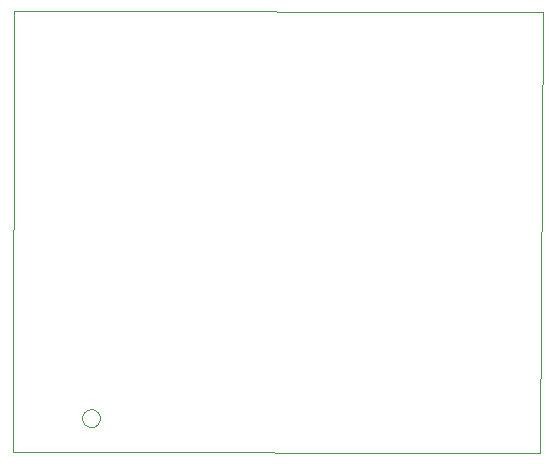
<source format=gm1>
G75*
%MOIN*%
%OFA0B0*%
%FSLAX24Y24*%
%IPPOS*%
%LPD*%
%AMOC8*
5,1,8,0,0,1.08239X$1,22.5*
%
%ADD10C,0.0000*%
D10*
X002308Y000405D02*
X002333Y015126D01*
X019978Y015076D01*
X019878Y000380D01*
X002308Y000405D01*
X004607Y001542D02*
X004609Y001576D01*
X004615Y001610D01*
X004625Y001643D01*
X004638Y001674D01*
X004656Y001704D01*
X004676Y001732D01*
X004700Y001757D01*
X004726Y001779D01*
X004754Y001797D01*
X004785Y001813D01*
X004817Y001825D01*
X004851Y001833D01*
X004885Y001837D01*
X004919Y001837D01*
X004953Y001833D01*
X004987Y001825D01*
X005019Y001813D01*
X005049Y001797D01*
X005078Y001779D01*
X005104Y001757D01*
X005128Y001732D01*
X005148Y001704D01*
X005166Y001674D01*
X005179Y001643D01*
X005189Y001610D01*
X005195Y001576D01*
X005197Y001542D01*
X005195Y001508D01*
X005189Y001474D01*
X005179Y001441D01*
X005166Y001410D01*
X005148Y001380D01*
X005128Y001352D01*
X005104Y001327D01*
X005078Y001305D01*
X005050Y001287D01*
X005019Y001271D01*
X004987Y001259D01*
X004953Y001251D01*
X004919Y001247D01*
X004885Y001247D01*
X004851Y001251D01*
X004817Y001259D01*
X004785Y001271D01*
X004754Y001287D01*
X004726Y001305D01*
X004700Y001327D01*
X004676Y001352D01*
X004656Y001380D01*
X004638Y001410D01*
X004625Y001441D01*
X004615Y001474D01*
X004609Y001508D01*
X004607Y001542D01*
M02*

</source>
